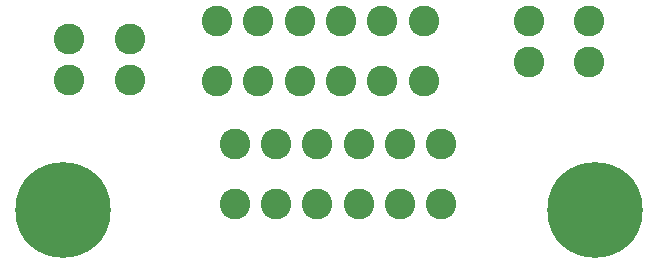
<source format=gbr>
%TF.GenerationSoftware,KiCad,Pcbnew,(5.1.12)-1*%
%TF.CreationDate,2022-01-14T14:31:03-05:00*%
%TF.ProjectId,CANJunction_6x,43414e4a-756e-4637-9469-6f6e5f36782e,00*%
%TF.SameCoordinates,Original*%
%TF.FileFunction,Soldermask,Bot*%
%TF.FilePolarity,Negative*%
%FSLAX46Y46*%
G04 Gerber Fmt 4.6, Leading zero omitted, Abs format (unit mm)*
G04 Created by KiCad (PCBNEW (5.1.12)-1) date 2022-01-14 14:31:03*
%MOMM*%
%LPD*%
G01*
G04 APERTURE LIST*
%ADD10C,8.080000*%
%ADD11C,2.600000*%
G04 APERTURE END LIST*
D10*
%TO.C,H1*%
X139500000Y-101500000D03*
X94500000Y-101500000D03*
%TD*%
D11*
%TO.C,J4*%
X111000000Y-85500000D03*
X107500000Y-85500000D03*
X118000000Y-85500000D03*
X114500000Y-85500000D03*
X111000000Y-90600000D03*
X107500000Y-90600000D03*
X114500000Y-90600000D03*
X118000000Y-90600000D03*
X121500000Y-90600000D03*
X125000000Y-90600000D03*
X121500000Y-85500000D03*
X125000000Y-85500000D03*
%TD*%
%TO.C,J3*%
X123000000Y-101000000D03*
X126500000Y-101000000D03*
X116000000Y-101000000D03*
X119500000Y-101000000D03*
X123000000Y-95900000D03*
X126500000Y-95900000D03*
X119500000Y-95900000D03*
X116000000Y-95900000D03*
X112500000Y-95900000D03*
X109000000Y-95900000D03*
X112500000Y-101000000D03*
X109000000Y-101000000D03*
%TD*%
%TO.C,J2*%
X100100000Y-90500000D03*
X100100000Y-87000000D03*
X95000000Y-90500000D03*
X95000000Y-87000000D03*
%TD*%
%TO.C,J1*%
X133900000Y-85500000D03*
X133900000Y-89000000D03*
X139000000Y-85500000D03*
X139000000Y-89000000D03*
%TD*%
M02*

</source>
